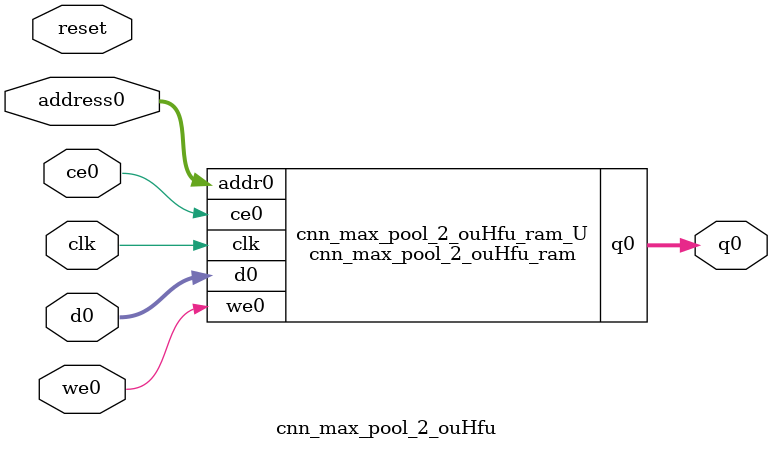
<source format=v>
`timescale 1 ns / 1 ps
module cnn_max_pool_2_ouHfu_ram (addr0, ce0, d0, we0, q0,  clk);

parameter DWIDTH = 14;
parameter AWIDTH = 9;
parameter MEM_SIZE = 400;

input[AWIDTH-1:0] addr0;
input ce0;
input[DWIDTH-1:0] d0;
input we0;
output reg[DWIDTH-1:0] q0;
input clk;

(* ram_style = "block" *)reg [DWIDTH-1:0] ram[0:MEM_SIZE-1];




always @(posedge clk)  
begin 
    if (ce0) 
    begin
        if (we0) 
        begin 
            ram[addr0] <= d0; 
        end 
        q0 <= ram[addr0];
    end
end


endmodule

`timescale 1 ns / 1 ps
module cnn_max_pool_2_ouHfu(
    reset,
    clk,
    address0,
    ce0,
    we0,
    d0,
    q0);

parameter DataWidth = 32'd14;
parameter AddressRange = 32'd400;
parameter AddressWidth = 32'd9;
input reset;
input clk;
input[AddressWidth - 1:0] address0;
input ce0;
input we0;
input[DataWidth - 1:0] d0;
output[DataWidth - 1:0] q0;



cnn_max_pool_2_ouHfu_ram cnn_max_pool_2_ouHfu_ram_U(
    .clk( clk ),
    .addr0( address0 ),
    .ce0( ce0 ),
    .we0( we0 ),
    .d0( d0 ),
    .q0( q0 ));

endmodule


</source>
